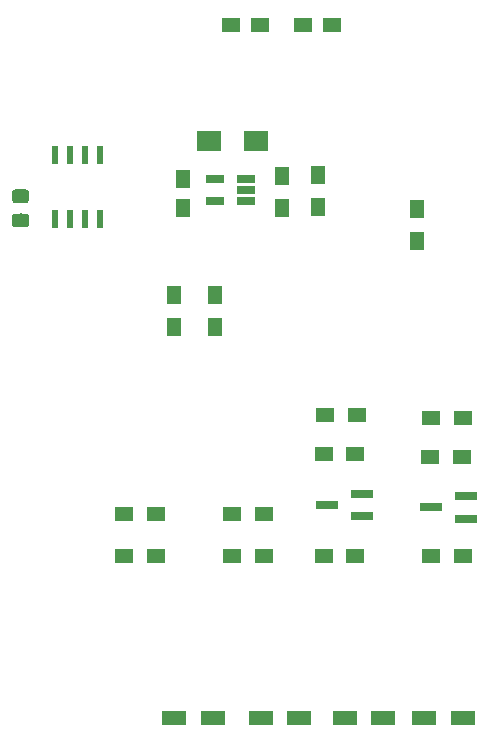
<source format=gbp>
G04 #@! TF.GenerationSoftware,KiCad,Pcbnew,(5.0.0-3-g5ebb6b6)*
G04 #@! TF.CreationDate,2018-11-03T13:06:53-04:00*
G04 #@! TF.ProjectId,injector,696E6A6563746F722E6B696361645F70,rev?*
G04 #@! TF.SameCoordinates,Original*
G04 #@! TF.FileFunction,Paste,Bot*
G04 #@! TF.FilePolarity,Positive*
%FSLAX46Y46*%
G04 Gerber Fmt 4.6, Leading zero omitted, Abs format (unit mm)*
G04 Created by KiCad (PCBNEW (5.0.0-3-g5ebb6b6)) date Saturday, November 03, 2018 at 01:06:53 PM*
%MOMM*%
%LPD*%
G01*
G04 APERTURE LIST*
%ADD10R,1.560000X0.650000*%
%ADD11R,1.250000X1.500000*%
%ADD12C,0.100000*%
%ADD13C,1.150000*%
%ADD14R,1.500000X1.250000*%
%ADD15R,2.000000X1.200000*%
%ADD16R,0.600000X1.550000*%
%ADD17R,1.300000X1.500000*%
%ADD18R,1.500000X1.300000*%
%ADD19R,2.000000X1.700000*%
%ADD20R,1.900000X0.800000*%
G04 APERTURE END LIST*
D10*
G04 #@! TO.C,U1*
X160354000Y-99126000D03*
X160354000Y-100076000D03*
X160354000Y-101026000D03*
X157654000Y-101026000D03*
X157654000Y-99126000D03*
G04 #@! TD*
D11*
G04 #@! TO.C,C1*
X154940000Y-101600000D03*
X154940000Y-99100000D03*
G04 #@! TD*
D12*
G04 #@! TO.C,C3*
G36*
X141698505Y-102060204D02*
X141722773Y-102063804D01*
X141746572Y-102069765D01*
X141769671Y-102078030D01*
X141791850Y-102088520D01*
X141812893Y-102101132D01*
X141832599Y-102115747D01*
X141850777Y-102132223D01*
X141867253Y-102150401D01*
X141881868Y-102170107D01*
X141894480Y-102191150D01*
X141904970Y-102213329D01*
X141913235Y-102236428D01*
X141919196Y-102260227D01*
X141922796Y-102284495D01*
X141924000Y-102308999D01*
X141924000Y-102959001D01*
X141922796Y-102983505D01*
X141919196Y-103007773D01*
X141913235Y-103031572D01*
X141904970Y-103054671D01*
X141894480Y-103076850D01*
X141881868Y-103097893D01*
X141867253Y-103117599D01*
X141850777Y-103135777D01*
X141832599Y-103152253D01*
X141812893Y-103166868D01*
X141791850Y-103179480D01*
X141769671Y-103189970D01*
X141746572Y-103198235D01*
X141722773Y-103204196D01*
X141698505Y-103207796D01*
X141674001Y-103209000D01*
X140773999Y-103209000D01*
X140749495Y-103207796D01*
X140725227Y-103204196D01*
X140701428Y-103198235D01*
X140678329Y-103189970D01*
X140656150Y-103179480D01*
X140635107Y-103166868D01*
X140615401Y-103152253D01*
X140597223Y-103135777D01*
X140580747Y-103117599D01*
X140566132Y-103097893D01*
X140553520Y-103076850D01*
X140543030Y-103054671D01*
X140534765Y-103031572D01*
X140528804Y-103007773D01*
X140525204Y-102983505D01*
X140524000Y-102959001D01*
X140524000Y-102308999D01*
X140525204Y-102284495D01*
X140528804Y-102260227D01*
X140534765Y-102236428D01*
X140543030Y-102213329D01*
X140553520Y-102191150D01*
X140566132Y-102170107D01*
X140580747Y-102150401D01*
X140597223Y-102132223D01*
X140615401Y-102115747D01*
X140635107Y-102101132D01*
X140656150Y-102088520D01*
X140678329Y-102078030D01*
X140701428Y-102069765D01*
X140725227Y-102063804D01*
X140749495Y-102060204D01*
X140773999Y-102059000D01*
X141674001Y-102059000D01*
X141698505Y-102060204D01*
X141698505Y-102060204D01*
G37*
D13*
X141224000Y-102634000D03*
D12*
G36*
X141698505Y-100010204D02*
X141722773Y-100013804D01*
X141746572Y-100019765D01*
X141769671Y-100028030D01*
X141791850Y-100038520D01*
X141812893Y-100051132D01*
X141832599Y-100065747D01*
X141850777Y-100082223D01*
X141867253Y-100100401D01*
X141881868Y-100120107D01*
X141894480Y-100141150D01*
X141904970Y-100163329D01*
X141913235Y-100186428D01*
X141919196Y-100210227D01*
X141922796Y-100234495D01*
X141924000Y-100258999D01*
X141924000Y-100909001D01*
X141922796Y-100933505D01*
X141919196Y-100957773D01*
X141913235Y-100981572D01*
X141904970Y-101004671D01*
X141894480Y-101026850D01*
X141881868Y-101047893D01*
X141867253Y-101067599D01*
X141850777Y-101085777D01*
X141832599Y-101102253D01*
X141812893Y-101116868D01*
X141791850Y-101129480D01*
X141769671Y-101139970D01*
X141746572Y-101148235D01*
X141722773Y-101154196D01*
X141698505Y-101157796D01*
X141674001Y-101159000D01*
X140773999Y-101159000D01*
X140749495Y-101157796D01*
X140725227Y-101154196D01*
X140701428Y-101148235D01*
X140678329Y-101139970D01*
X140656150Y-101129480D01*
X140635107Y-101116868D01*
X140615401Y-101102253D01*
X140597223Y-101085777D01*
X140580747Y-101067599D01*
X140566132Y-101047893D01*
X140553520Y-101026850D01*
X140543030Y-101004671D01*
X140534765Y-100981572D01*
X140528804Y-100957773D01*
X140525204Y-100933505D01*
X140524000Y-100909001D01*
X140524000Y-100258999D01*
X140525204Y-100234495D01*
X140528804Y-100210227D01*
X140534765Y-100186428D01*
X140543030Y-100163329D01*
X140553520Y-100141150D01*
X140566132Y-100120107D01*
X140580747Y-100100401D01*
X140597223Y-100082223D01*
X140615401Y-100065747D01*
X140635107Y-100051132D01*
X140656150Y-100038520D01*
X140678329Y-100028030D01*
X140701428Y-100019765D01*
X140725227Y-100013804D01*
X140749495Y-100010204D01*
X140773999Y-100009000D01*
X141674001Y-100009000D01*
X141698505Y-100010204D01*
X141698505Y-100010204D01*
G37*
D13*
X141224000Y-100584000D03*
G04 #@! TD*
D14*
G04 #@! TO.C,C4*
X167600000Y-86106000D03*
X165100000Y-86106000D03*
G04 #@! TD*
G04 #@! TO.C,C5*
X161504000Y-86106000D03*
X159004000Y-86106000D03*
G04 #@! TD*
D15*
G04 #@! TO.C,D2*
X178688000Y-144780000D03*
X175388000Y-144780000D03*
G04 #@! TD*
G04 #@! TO.C,D1*
X168656000Y-144780000D03*
X171956000Y-144780000D03*
G04 #@! TD*
G04 #@! TO.C,D3*
X154180000Y-144780000D03*
X157480000Y-144780000D03*
G04 #@! TD*
G04 #@! TO.C,D4*
X164844000Y-144780000D03*
X161544000Y-144780000D03*
G04 #@! TD*
D16*
G04 #@! TO.C,U2*
X147955000Y-97122000D03*
X146685000Y-97122000D03*
X145415000Y-97122000D03*
X144145000Y-97122000D03*
X144145000Y-102522000D03*
X145415000Y-102522000D03*
X146685000Y-102522000D03*
X147955000Y-102522000D03*
G04 #@! TD*
D17*
G04 #@! TO.C,R4*
X174752000Y-101694000D03*
X174752000Y-104394000D03*
G04 #@! TD*
G04 #@! TO.C,R3*
X166370000Y-101506000D03*
X166370000Y-98806000D03*
G04 #@! TD*
D18*
G04 #@! TO.C,R18*
X152654000Y-131064000D03*
X149954000Y-131064000D03*
G04 #@! TD*
D17*
G04 #@! TO.C,R8*
X154178000Y-111666000D03*
X154178000Y-108966000D03*
G04 #@! TD*
G04 #@! TO.C,R9*
X157670500Y-108966000D03*
X157670500Y-111666000D03*
G04 #@! TD*
D18*
G04 #@! TO.C,R10*
X169578000Y-131064000D03*
X166878000Y-131064000D03*
G04 #@! TD*
G04 #@! TO.C,R11*
X175989000Y-131064000D03*
X178689000Y-131064000D03*
G04 #@! TD*
G04 #@! TO.C,R19*
X159098000Y-131064000D03*
X161798000Y-131064000D03*
G04 #@! TD*
G04 #@! TO.C,R12*
X166972000Y-119126000D03*
X169672000Y-119126000D03*
G04 #@! TD*
G04 #@! TO.C,R13*
X178689000Y-119380000D03*
X175989000Y-119380000D03*
G04 #@! TD*
G04 #@! TO.C,R14*
X166878000Y-122428000D03*
X169578000Y-122428000D03*
G04 #@! TD*
G04 #@! TO.C,R15*
X178595000Y-122682000D03*
X175895000Y-122682000D03*
G04 #@! TD*
G04 #@! TO.C,R16*
X152654000Y-127508000D03*
X149954000Y-127508000D03*
G04 #@! TD*
D17*
G04 #@! TO.C,R2*
X163322000Y-101600000D03*
X163322000Y-98900000D03*
G04 #@! TD*
D18*
G04 #@! TO.C,R17*
X159098000Y-127508000D03*
X161798000Y-127508000D03*
G04 #@! TD*
D19*
G04 #@! TO.C,R1*
X161163000Y-95885000D03*
X157163000Y-95885000D03*
G04 #@! TD*
D20*
G04 #@! TO.C,Q4*
X178943000Y-125984000D03*
X178943000Y-127884000D03*
X175943000Y-126934000D03*
G04 #@! TD*
G04 #@! TO.C,Q3*
X167156000Y-126746000D03*
X170156000Y-127696000D03*
X170156000Y-125796000D03*
G04 #@! TD*
M02*

</source>
